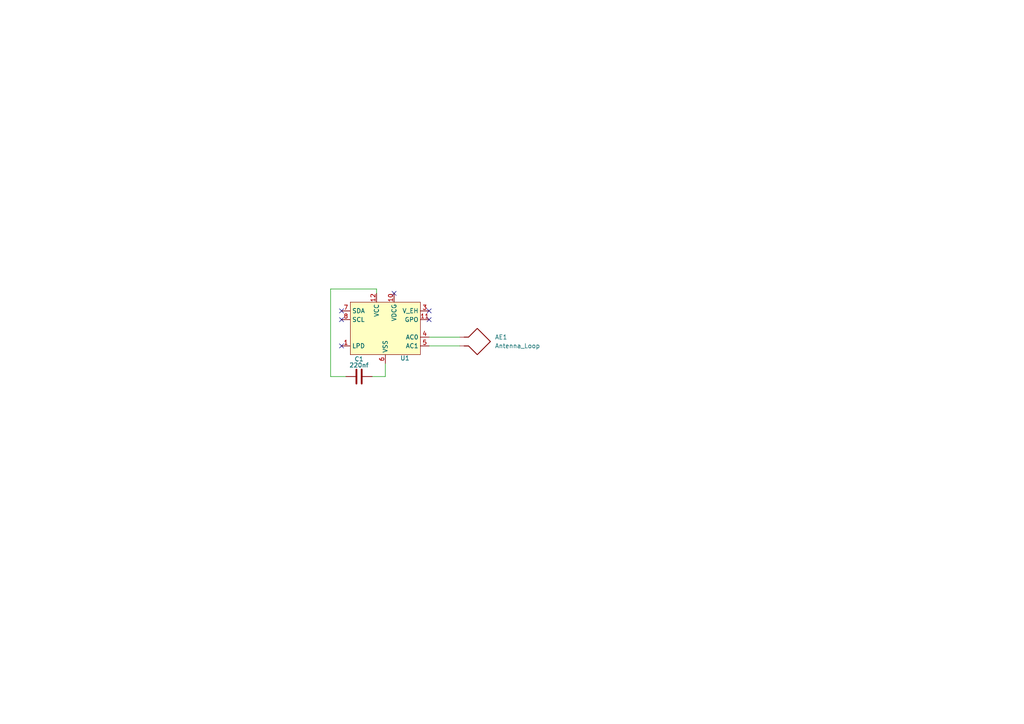
<source format=kicad_sch>
(kicad_sch (version 20231120) (generator "eeschema") (generator_version "8.0")
  (paper "A4")
  (lib_symbols
    (symbol "Device:Antenna_Loop" (pin_numbers hide) (pin_names (offset 1.016) hide)
      (property "Reference" "AE" (at 1.27 6.35 0))
      (property "Value" "Antenna_Loop" (at 1.27 5.08 0))
      (symbol "Antenna_Loop_0_1"
        (polyline (pts (xy 2.54 -3.81) (xy 2.54 -2.54) (xy 5.08 0) (xy 1.27 3.81) (xy -2.54 0) (xy 0 -2.54) (xy 0 -3.81)) (stroke (width 0.254)))
      )
      (symbol "Antenna_Loop_1_1"
        (pin input line (at 0 -5.08 90) (length 2.54) (name "~") (number "1"))
        (pin input line (at 2.54 -5.08 90) (length 2.54) (name "~") (number "2"))
      )
    )
    (symbol "Device:C" (pin_numbers hide) (pin_names (offset 0.254))
      (property "Reference" "C" (at 0.635 2.54 0))
      (property "Value" "C" (at 0.635 -2.54 0))
      (symbol "C_0_1"
        (polyline (pts (xy -2.032 -0.762) (xy 2.032 -0.762)) (stroke (width 0.508)))
        (polyline (pts (xy -2.032 0.762) (xy 2.032 0.762)) (stroke (width 0.508)))
      )
      (symbol "C_1_1"
        (pin passive line (at 0 3.81 270) (length 2.794) (name "~") (number "1"))
        (pin passive line (at 0 -3.81 90) (length 2.794) (name "~") (number "2"))
      )
    )
    (symbol "RF_NFC:ST25DV04K-JFR6D3"
      (property "Reference" "U" (at 8.89 8.89 0))
      (property "Value" "ST25DV04K-JFR6D3" (at 10.795 -8.89 0))
      (symbol "ST25DV04K-JFR6D3_1_1"
        (rectangle (start -10.16 7.62) (end 10.16 -7.62) (fill (type background)))
        (pin input line (at -12.7 -5.08 0) (length 2.54) (name "LPD") (number "1"))
        (pin power_in line (at 2.54 10.16 270) (length 2.54) (name "VDCG") (number "10"))
        (pin output line (at 12.7 2.54 180) (length 2.54) (name "GPO") (number "11"))
        (pin power_in line (at -2.54 10.16 270) (length 2.54) (name "VCC") (number "12"))
        (pin no_connect line (at 10.16 0 180) (length 2.54) hide (name "NC") (number "13"))
        (pin no_connect line (at -10.16 0 0) (length 2.54) hide (name "NC") (number "2"))
        (pin power_out line (at 12.7 5.08 180) (length 2.54) (name "V_EH") (number "3"))
        (pin passive line (at 12.7 -2.54 180) (length 2.54) (name "AC0") (number "4"))
        (pin passive line (at 12.7 -5.08 180) (length 2.54) (name "AC1") (number "5"))
        (pin power_in line (at 0 -10.16 90) (length 2.54) (name "VSS") (number "6"))
        (pin bidirectional line (at -12.7 5.08 0) (length 2.54) (name "SDA") (number "7"))
        (pin input line (at -12.7 2.54 0) (length 2.54) (name "SCL") (number "8"))
        (pin no_connect line (at -10.16 -2.54 0) (length 2.54) hide (name "NC") (number "9"))
      )
    )
  )
  (no_connect (at 114.3 85.09))
  (no_connect (at 99.06 90.17))
  (no_connect (at 99.06 92.71))
  (no_connect (at 124.46 90.17))
  (no_connect (at 124.46 92.71))
  (no_connect (at 99.06 100.33))
  (wire (pts (xy 124.46 100.33) (xy 133.35 100.33)))
  (wire (pts (xy 107.95 109.22) (xy 111.76 109.22)))
  (wire (pts (xy 124.46 97.79) (xy 133.35 97.79)))
  (wire (pts (xy 109.22 83.82) (xy 109.22 85.09)))
  (wire (pts (xy 95.885 83.82) (xy 109.22 83.82)))
  (wire (pts (xy 95.885 109.22) (xy 95.885 83.82)))
  (wire (pts (xy 100.33 109.22) (xy 95.885 109.22)))
  (wire (pts (xy 111.76 109.22) (xy 111.76 105.41)))
  (symbol (lib_id "Device:C") (at 104.14 109.22 90) (unit 1)
    (property "Reference" "C1" (at 104.14 104.14 90))
    (property "Value" "220nf" (at 104.14 105.918 90))
    (property "Footprint" "Capacitor_SMD:C_01005_0402Metric" (effects (hide yes)))
    (property "Description" "Unpolarized capacitor" (effects (hide yes)))
  )
  (symbol (lib_id "Device:Antenna_Loop") (at 138.43 97.79 270) (unit 1)
    (property "Reference" "AE1" (at 143.51 97.7899 90) (effects (justify left)))
    (property "Value" "Antenna_Loop" (at 143.51 100.3299 90) (effects (justify left)))
    (property "Description" "Loop antenna" (effects (hide yes)))
  )
  (symbol (lib_id "RF_NFC:ST25DV04K-JFR6D3") (at 111.76 95.25 0) (unit 1)
    (property "Reference" "U1" (at 116.078 103.886 0) (effects (justify left)))
    (property "Value" "ST25DV04K-JFR6D3" (effects (hide yes)))
    (property "Footprint" "Package_DFN_QFN:ST_UFDFPN-12-1EP_3x3mm_P0.5mm_EP1.4x2.55mm" (effects (hide yes)))
    (property "Datasheet" "https://www.st.com/resource/en/datasheet/st25dv04k.pdf" (effects (hide yes)))
    (property "Description" "Dynamic NFC/RFID tag IC with 4-Kbit EEPROM, UFDFPN-12" (effects (hide yes)))
  )
)
</source>
